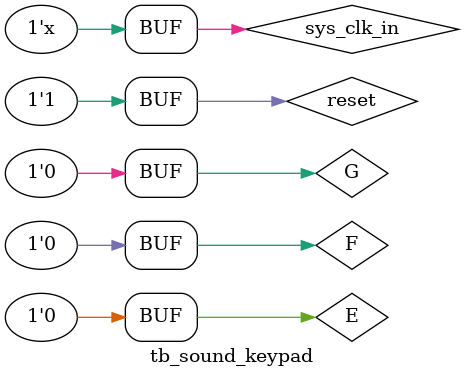
<source format=v>
`timescale 1ns/1ns
module tb_sound_keypad();
    reg sys_clk_in;
    reg reset;
    reg E; 
    reg F;
    reg G;
    wire [3:0] pin_control;
    wire [3:0] num;

parameter clk_freq = 28'd1000_0000; // 10MHz clock input
parameter single_key_refresh_rate = 28'd500_0000; // 5MHz shift frequency

sound_keyboard #(
    .clk_freq(clk_freq),
    .single_key_refresh_rate(single_key_refresh_rate)
) UUT1(
    .sys_clk_in(sys_clk_in),
    .reset(reset),
    .E(E),
    .F(F),
    .G(G),
    .pin_control(pin_control),
    .num(num)
);

initial 
begin
        sys_clk_in = 1'b0; // Initialize the clock input to 0
    #1  reset = 1'b1; // Initialize the clock input to 0
    #1  reset = 1'b0; // Initialize the clock input to 0
    #1  reset = 1'b1; // Initialize the clock input to 0
    #1  
        begin
        E = 1'b0; // Initialize the clock input to 0
        F = 1'b0; // Initialize the clock input to 0
        G = 1'b0; // Initialize the clock input to 0
        end
    #11 
        begin
        E = 1'b1; 
        F = 1'b0; 
        G = 1'b0; 
        end
    
    #10
        begin
        E = 1'b0; 
        F = 1'b0; 
        G = 1'b0; 
        end
    #60
        begin
        E = 1'b0; 
        F = 1'b1; 
        G = 1'b0; 
        end
    #20
        begin
        E = 1'b0; 
        F = 1'b0; 
        G = 1'b0; 
        end
    #60
        begin
        E = 1'b0; 
        F = 1'b0; 
        G = 1'b1; 
        end
    #20
        begin
        E = 1'b0; 
        F = 1'b0; 
        G = 1'b0; 
        end


    #80
        begin
        E = 1'b1; 
        F = 1'b0; 
        G = 1'b0; 
        end
    #20
        begin
        E = 1'b0; 
        F = 1'b0; 
        G = 1'b0; 
        end
    #60
        begin
        E = 1'b0; 
        F = 1'b1; 
        G = 1'b0; 
        end
    #20
        begin
        E = 1'b0; 
        F = 1'b0; 
        G = 1'b0; 
        end
    #60
        begin
        E = 1'b0; 
        F = 1'b0; 
        G = 1'b1; 
        end
    #20
        begin
        E = 1'b0; 
        F = 1'b0; 
        G = 1'b0; 
        end
    
    #80
        begin
        E = 1'b1; 
        F = 1'b0; 
        G = 1'b0; 
        end
    #20
        begin
        E = 1'b0; 
        F = 1'b0; 
        G = 1'b0; 
        end
    #60    
        begin
        E = 1'b0; 
        F = 1'b1; 
        G = 1'b0; 
        end
    #20 
        begin
        E = 1'b0; 
        F = 1'b0; 
        G = 1'b0; 
        end
    #60
        begin
        E = 1'b0; 
        F = 1'b0; 
        G = 1'b1; 
        end
    #20
        begin
        E = 1'b0; 
        F = 1'b0; 
        G = 1'b0; 
        end
    
end

always
begin
    #5 sys_clk_in = ~sys_clk_in; // Toggle the clock input every 5 time units
end

endmodule
</source>
